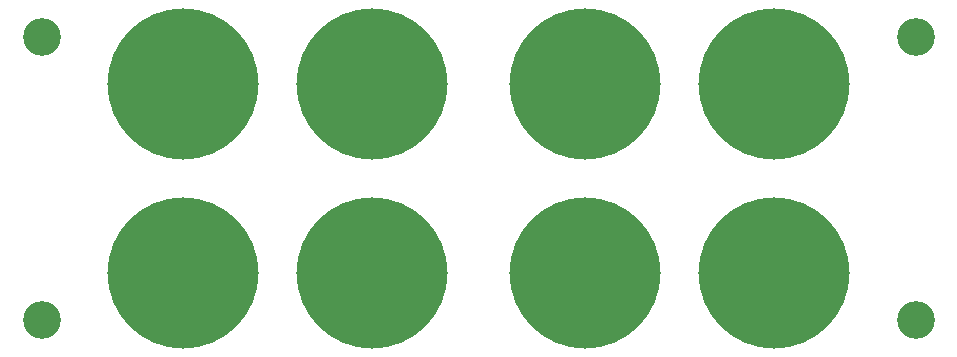
<source format=gbr>
%TF.GenerationSoftware,KiCad,Pcbnew,6.0.1-79c1e3a40b~116~ubuntu20.04.1*%
%TF.CreationDate,2022-10-25T20:32:09+09:00*%
%TF.ProjectId,HV-terminal-branch-board-2-2,48562d74-6572-46d6-996e-616c2d627261,1.0*%
%TF.SameCoordinates,Original*%
%TF.FileFunction,Soldermask,Top*%
%TF.FilePolarity,Negative*%
%FSLAX46Y46*%
G04 Gerber Fmt 4.6, Leading zero omitted, Abs format (unit mm)*
G04 Created by KiCad (PCBNEW 6.0.1-79c1e3a40b~116~ubuntu20.04.1) date 2022-10-25 20:32:09*
%MOMM*%
%LPD*%
G01*
G04 APERTURE LIST*
%ADD10C,12.800000*%
%ADD11C,6.800000*%
%ADD12C,3.200000*%
G04 APERTURE END LIST*
D10*
%TO.C,J4*%
X145000000Y-83000000D03*
D11*
X145000000Y-83000000D03*
%TD*%
%TO.C,J2*%
X95000000Y-83000000D03*
D10*
X95000000Y-83000000D03*
%TD*%
%TO.C,J8*%
X129000000Y-83000000D03*
D11*
X129000000Y-83000000D03*
%TD*%
D12*
%TO.C,H4*%
X157000000Y-87000000D03*
%TD*%
%TO.C,H1*%
X83000000Y-87000000D03*
%TD*%
D10*
%TO.C,J5*%
X95000000Y-67000000D03*
D11*
X95000000Y-67000000D03*
%TD*%
D12*
%TO.C,H2*%
X83000000Y-63000000D03*
%TD*%
D11*
%TO.C,J1*%
X111000000Y-67000000D03*
D10*
X111000000Y-67000000D03*
%TD*%
%TO.C,J3*%
X145000000Y-67000000D03*
D11*
X145000000Y-67000000D03*
%TD*%
%TO.C,J6*%
X111000000Y-83000000D03*
D10*
X111000000Y-83000000D03*
%TD*%
D12*
%TO.C,H3*%
X157000000Y-63000000D03*
%TD*%
D10*
%TO.C,J7*%
X129000000Y-67000000D03*
D11*
X129000000Y-67000000D03*
%TD*%
M02*

</source>
